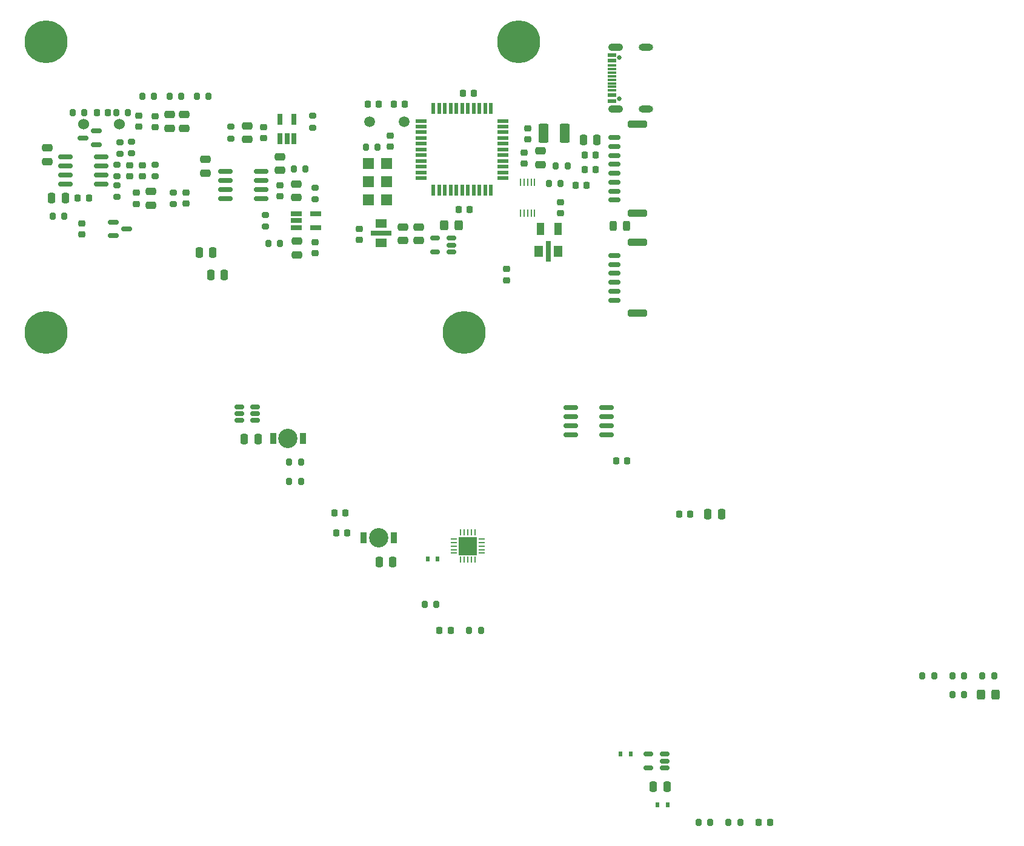
<source format=gbr>
%TF.GenerationSoftware,KiCad,Pcbnew,6.0.4-6f826c9f35~116~ubuntu20.04.1*%
%TF.CreationDate,2022-05-03T12:56:29+00:00*%
%TF.ProjectId,USTSIPIN01A,55535453-4950-4494-9e30-31412e6b6963,REV*%
%TF.SameCoordinates,Original*%
%TF.FileFunction,Soldermask,Bot*%
%TF.FilePolarity,Negative*%
%FSLAX46Y46*%
G04 Gerber Fmt 4.6, Leading zero omitted, Abs format (unit mm)*
G04 Created by KiCad (PCBNEW 6.0.4-6f826c9f35~116~ubuntu20.04.1) date 2022-05-03 12:56:29*
%MOMM*%
%LPD*%
G01*
G04 APERTURE LIST*
G04 Aperture macros list*
%AMRoundRect*
0 Rectangle with rounded corners*
0 $1 Rounding radius*
0 $2 $3 $4 $5 $6 $7 $8 $9 X,Y pos of 4 corners*
0 Add a 4 corners polygon primitive as box body*
4,1,4,$2,$3,$4,$5,$6,$7,$8,$9,$2,$3,0*
0 Add four circle primitives for the rounded corners*
1,1,$1+$1,$2,$3*
1,1,$1+$1,$4,$5*
1,1,$1+$1,$6,$7*
1,1,$1+$1,$8,$9*
0 Add four rect primitives between the rounded corners*
20,1,$1+$1,$2,$3,$4,$5,0*
20,1,$1+$1,$4,$5,$6,$7,0*
20,1,$1+$1,$6,$7,$8,$9,0*
20,1,$1+$1,$8,$9,$2,$3,0*%
G04 Aperture macros list end*
%ADD10C,6.000000*%
%ADD11C,1.524000*%
%ADD12C,1.500000*%
%ADD13RoundRect,0.225000X-0.250000X0.225000X-0.250000X-0.225000X0.250000X-0.225000X0.250000X0.225000X0*%
%ADD14RoundRect,0.250000X0.250000X0.475000X-0.250000X0.475000X-0.250000X-0.475000X0.250000X-0.475000X0*%
%ADD15RoundRect,0.250000X0.475000X-0.250000X0.475000X0.250000X-0.475000X0.250000X-0.475000X-0.250000X0*%
%ADD16RoundRect,0.250000X-0.475000X0.250000X-0.475000X-0.250000X0.475000X-0.250000X0.475000X0.250000X0*%
%ADD17RoundRect,0.225000X0.225000X0.250000X-0.225000X0.250000X-0.225000X-0.250000X0.225000X-0.250000X0*%
%ADD18RoundRect,0.225000X0.250000X-0.225000X0.250000X0.225000X-0.250000X0.225000X-0.250000X-0.225000X0*%
%ADD19RoundRect,0.200000X-0.275000X0.200000X-0.275000X-0.200000X0.275000X-0.200000X0.275000X0.200000X0*%
%ADD20RoundRect,0.200000X0.275000X-0.200000X0.275000X0.200000X-0.275000X0.200000X-0.275000X-0.200000X0*%
%ADD21RoundRect,0.200000X0.200000X0.275000X-0.200000X0.275000X-0.200000X-0.275000X0.200000X-0.275000X0*%
%ADD22RoundRect,0.200000X-0.200000X-0.275000X0.200000X-0.275000X0.200000X0.275000X-0.200000X0.275000X0*%
%ADD23RoundRect,0.150000X-0.825000X-0.150000X0.825000X-0.150000X0.825000X0.150000X-0.825000X0.150000X0*%
%ADD24R,0.650000X1.560000*%
%ADD25R,1.560000X0.650000*%
%ADD26RoundRect,0.150000X-0.587500X-0.150000X0.587500X-0.150000X0.587500X0.150000X-0.587500X0.150000X0*%
%ADD27RoundRect,0.243750X-0.243750X-0.456250X0.243750X-0.456250X0.243750X0.456250X-0.243750X0.456250X0*%
%ADD28RoundRect,0.250000X0.325000X0.450000X-0.325000X0.450000X-0.325000X-0.450000X0.325000X-0.450000X0*%
%ADD29R,1.500000X1.300000*%
%ADD30R,3.000000X0.700000*%
%ADD31RoundRect,0.225000X-0.225000X-0.250000X0.225000X-0.250000X0.225000X0.250000X-0.225000X0.250000X0*%
%ADD32RoundRect,0.150000X0.512500X0.150000X-0.512500X0.150000X-0.512500X-0.150000X0.512500X-0.150000X0*%
%ADD33R,1.500000X0.550000*%
%ADD34R,0.550000X1.500000*%
%ADD35R,1.300000X1.500000*%
%ADD36R,0.700000X3.000000*%
%ADD37R,1.524000X1.524000*%
%ADD38RoundRect,0.250000X-0.250000X-0.475000X0.250000X-0.475000X0.250000X0.475000X-0.250000X0.475000X0*%
%ADD39RoundRect,0.250001X0.462499X1.074999X-0.462499X1.074999X-0.462499X-1.074999X0.462499X-1.074999X0*%
%ADD40R,0.250000X1.100000*%
%ADD41R,1.000000X1.800000*%
%ADD42RoundRect,0.150000X-0.700000X0.150000X-0.700000X-0.150000X0.700000X-0.150000X0.700000X0.150000X0*%
%ADD43RoundRect,0.250000X-1.100000X0.250000X-1.100000X-0.250000X1.100000X-0.250000X1.100000X0.250000X0*%
%ADD44R,0.600000X0.700000*%
%ADD45RoundRect,0.150000X0.587500X0.150000X-0.587500X0.150000X-0.587500X-0.150000X0.587500X-0.150000X0*%
%ADD46C,0.650000*%
%ADD47R,1.150000X0.600000*%
%ADD48R,1.150000X0.300000*%
%ADD49O,2.000000X1.000000*%
%ADD50O,2.100000X1.050000*%
%ADD51C,2.700000*%
%ADD52R,0.950000X1.500000*%
%ADD53RoundRect,0.062500X0.350000X0.062500X-0.350000X0.062500X-0.350000X-0.062500X0.350000X-0.062500X0*%
%ADD54RoundRect,0.062500X0.062500X0.350000X-0.062500X0.350000X-0.062500X-0.350000X0.062500X-0.350000X0*%
%ADD55R,2.500000X2.500000*%
%ADD56RoundRect,0.150000X0.825000X0.150000X-0.825000X0.150000X-0.825000X-0.150000X0.825000X-0.150000X0*%
G04 APERTURE END LIST*
D10*
%TO.C,M2*%
X71120000Y45720000D03*
%TD*%
%TO.C,M3*%
X5080000Y45720000D03*
%TD*%
%TO.C,M4*%
X5080000Y5080000D03*
%TD*%
D11*
%TO.C,D2*%
X15360000Y34190000D03*
X10360000Y34190000D03*
%TD*%
D10*
%TO.C,M1*%
X63500000Y5080000D03*
%TD*%
D12*
%TO.C,Y1*%
X50292000Y34544000D03*
X55172000Y34544000D03*
%TD*%
D13*
%TO.C,C20*%
X10066000Y20327000D03*
X10066000Y18777000D03*
%TD*%
D14*
%TO.C,C1*%
X28415000Y16250000D03*
X26515000Y16250000D03*
%TD*%
D15*
%TO.C,C3*%
X5240000Y28952500D03*
X5240000Y30852500D03*
%TD*%
D14*
%TO.C,C4*%
X30002500Y13075000D03*
X28102500Y13075000D03*
%TD*%
%TO.C,C5*%
X7777500Y23870000D03*
X5877500Y23870000D03*
%TD*%
D16*
%TO.C,C6*%
X19718000Y24756500D03*
X19718000Y22856500D03*
%TD*%
D15*
%TO.C,C7*%
X40038000Y23936000D03*
X40038000Y25836000D03*
%TD*%
%TO.C,C8*%
X33180000Y32064000D03*
X33180000Y33964000D03*
%TD*%
D16*
%TO.C,C9*%
X40165000Y17835000D03*
X40165000Y15935000D03*
%TD*%
D17*
%TO.C,C10*%
X11095000Y23870000D03*
X9545000Y23870000D03*
%TD*%
D13*
%TO.C,C11*%
X17686000Y24581500D03*
X17686000Y23031500D03*
%TD*%
D18*
%TO.C,C12*%
X37752000Y24111000D03*
X37752000Y25661000D03*
%TD*%
%TO.C,C13*%
X35466000Y32239000D03*
X35466000Y33789000D03*
%TD*%
D13*
%TO.C,C14*%
X42705000Y17660000D03*
X42705000Y16110000D03*
%TD*%
D18*
%TO.C,C15*%
X16764000Y26911000D03*
X16764000Y28461000D03*
%TD*%
D13*
%TO.C,C16*%
X18542000Y28461000D03*
X18542000Y26911000D03*
%TD*%
D15*
%TO.C,C17*%
X27338000Y27365000D03*
X27338000Y29265000D03*
%TD*%
D18*
%TO.C,C18*%
X24638000Y23101000D03*
X24638000Y24651000D03*
%TD*%
D15*
%TO.C,C19*%
X37752000Y27746000D03*
X37752000Y29646000D03*
%TD*%
D19*
%TO.C,R3*%
X35720000Y21520000D03*
X35720000Y19870000D03*
%TD*%
D20*
%TO.C,R4*%
X30894000Y32189000D03*
X30894000Y33839000D03*
%TD*%
D21*
%TO.C,R5*%
X37815000Y17520000D03*
X36165000Y17520000D03*
%TD*%
%TO.C,R6*%
X7652500Y21330000D03*
X6002500Y21330000D03*
%TD*%
D19*
%TO.C,R7*%
X15400000Y31680000D03*
X15400000Y30030000D03*
%TD*%
D20*
%TO.C,R8*%
X17018000Y30093500D03*
X17018000Y31743500D03*
%TD*%
%TO.C,R9*%
X14986000Y26861000D03*
X14986000Y28511000D03*
%TD*%
%TO.C,R10*%
X20320000Y26861000D03*
X20320000Y28511000D03*
%TD*%
%TO.C,R11*%
X22860000Y22981500D03*
X22860000Y24631500D03*
%TD*%
%TO.C,R12*%
X42705000Y23680000D03*
X42705000Y25330000D03*
%TD*%
D22*
%TO.C,R13*%
X39721000Y27934000D03*
X41371000Y27934000D03*
%TD*%
D23*
%TO.C,U1*%
X7845000Y25775000D03*
X7845000Y27045000D03*
X7845000Y28315000D03*
X7845000Y29585000D03*
X12795000Y29585000D03*
X12795000Y28315000D03*
X12795000Y27045000D03*
X12795000Y25775000D03*
%TD*%
D24*
%TO.C,U4*%
X39718000Y32172000D03*
X38768000Y32172000D03*
X37818000Y32172000D03*
X37818000Y34872000D03*
X39718000Y34872000D03*
%TD*%
D25*
%TO.C,U5*%
X40085000Y19745000D03*
X40085000Y20695000D03*
X40085000Y21645000D03*
X42785000Y21645000D03*
X42785000Y19745000D03*
%TD*%
D19*
%TO.C,R2*%
X14986000Y25647500D03*
X14986000Y23997500D03*
%TD*%
D23*
%TO.C,U2*%
X30197000Y23743000D03*
X30197000Y25013000D03*
X30197000Y26283000D03*
X30197000Y27553000D03*
X35147000Y27553000D03*
X35147000Y26283000D03*
X35147000Y25013000D03*
X35147000Y23743000D03*
%TD*%
D20*
%TO.C,R1*%
X42324000Y33713000D03*
X42324000Y35363000D03*
%TD*%
D13*
%TO.C,C2*%
X20320000Y35319000D03*
X20320000Y33769000D03*
%TD*%
D26*
%TO.C,U3*%
X14478500Y18602000D03*
X14478500Y20502000D03*
X16353500Y19552000D03*
%TD*%
D16*
%TO.C,C21*%
X24384000Y35494000D03*
X24384000Y33594000D03*
%TD*%
D27*
%TO.C,F2*%
X84343000Y19939000D03*
X86218000Y19939000D03*
%TD*%
D28*
%TO.C,L3*%
X62747000Y20066000D03*
X60697000Y20066000D03*
%TD*%
D15*
%TO.C,C50*%
X54991000Y17909500D03*
X54991000Y19809500D03*
%TD*%
%TO.C,C42*%
X57150000Y17909500D03*
X57150000Y19809500D03*
%TD*%
D29*
%TO.C,C52*%
X51943000Y17573000D03*
D30*
X51943000Y18923000D03*
D29*
X51943000Y20273000D03*
%TD*%
D18*
%TO.C,C44*%
X71882000Y28689000D03*
X71882000Y30239000D03*
%TD*%
D15*
%TO.C,C40*%
X74168000Y28514000D03*
X74168000Y30414000D03*
%TD*%
D13*
%TO.C,C31*%
X72390000Y33604500D03*
X72390000Y32054500D03*
%TD*%
D31*
%TO.C,C27*%
X80378000Y27813000D03*
X81928000Y27813000D03*
%TD*%
D32*
%TO.C,U8*%
X61716500Y18222000D03*
X61716500Y17272000D03*
X61716500Y16322000D03*
X59441500Y16322000D03*
X59441500Y18222000D03*
%TD*%
D33*
%TO.C,U10*%
X57550000Y26640000D03*
X57550000Y27440000D03*
X57550000Y28240000D03*
X57550000Y29040000D03*
X57550000Y29840000D03*
X57550000Y30640000D03*
X57550000Y31440000D03*
X57550000Y32240000D03*
X57550000Y33040000D03*
X57550000Y33840000D03*
X57550000Y34640000D03*
D34*
X59250000Y36340000D03*
X60050000Y36340000D03*
X60850000Y36340000D03*
X61650000Y36340000D03*
X62450000Y36340000D03*
X63250000Y36340000D03*
X64050000Y36340000D03*
X64850000Y36340000D03*
X65650000Y36340000D03*
X66450000Y36340000D03*
X67250000Y36340000D03*
D33*
X68950000Y34640000D03*
X68950000Y33840000D03*
X68950000Y33040000D03*
X68950000Y32240000D03*
X68950000Y31440000D03*
X68950000Y30640000D03*
X68950000Y29840000D03*
X68950000Y29040000D03*
X68950000Y28240000D03*
X68950000Y27440000D03*
X68950000Y26640000D03*
D34*
X67250000Y24940000D03*
X66450000Y24940000D03*
X65650000Y24940000D03*
X64850000Y24940000D03*
X64050000Y24940000D03*
X63250000Y24940000D03*
X62450000Y24940000D03*
X61650000Y24940000D03*
X60850000Y24940000D03*
X60050000Y24940000D03*
X59250000Y24940000D03*
%TD*%
D22*
%TO.C,R20*%
X76327500Y28321000D03*
X77977500Y28321000D03*
%TD*%
D35*
%TO.C,C29*%
X76661000Y16383000D03*
D36*
X75311000Y16383000D03*
D35*
X73961000Y16383000D03*
%TD*%
D37*
%TO.C,J22*%
X50165000Y23622000D03*
X52705000Y23622000D03*
X50165000Y26162000D03*
X52705000Y26162000D03*
X50165000Y28702000D03*
X52705000Y28702000D03*
%TD*%
D22*
%TO.C,R23*%
X49784500Y30988000D03*
X51434500Y30988000D03*
%TD*%
D31*
%TO.C,C26*%
X79108000Y25654000D03*
X80658000Y25654000D03*
%TD*%
%TO.C,C28*%
X80378000Y29845000D03*
X81928000Y29845000D03*
%TD*%
%TO.C,C30*%
X50025000Y36957000D03*
X51575000Y36957000D03*
%TD*%
D17*
%TO.C,C33*%
X55258000Y36957000D03*
X53708000Y36957000D03*
%TD*%
D18*
%TO.C,C34*%
X53213000Y31038500D03*
X53213000Y32588500D03*
%TD*%
D17*
%TO.C,C35*%
X64275000Y22225000D03*
X62725000Y22225000D03*
%TD*%
D31*
%TO.C,C39*%
X63360000Y38481000D03*
X64910000Y38481000D03*
%TD*%
D38*
%TO.C,C43*%
X80203000Y32004000D03*
X82103000Y32004000D03*
%TD*%
D13*
%TO.C,C47*%
X76962000Y23254000D03*
X76962000Y21704000D03*
%TD*%
D39*
%TO.C,L1*%
X77560500Y32893000D03*
X74585500Y32893000D03*
%TD*%
D22*
%TO.C,R21*%
X75375000Y25908000D03*
X77025000Y25908000D03*
%TD*%
D40*
%TO.C,U11*%
X73390000Y21726000D03*
X72890000Y21726000D03*
X72390000Y21726000D03*
X71890000Y21726000D03*
X71390000Y21726000D03*
X71390000Y26026000D03*
X71890000Y26026000D03*
X72390000Y26026000D03*
X72890000Y26026000D03*
X73390000Y26026000D03*
%TD*%
D41*
%TO.C,Y2*%
X74168000Y19558000D03*
X76668000Y19558000D03*
%TD*%
D16*
%TO.C,C23*%
X22352000Y35494000D03*
X22352000Y33594000D03*
%TD*%
D13*
%TO.C,C24*%
X18034000Y35382500D03*
X18034000Y33832500D03*
%TD*%
%TO.C,C32*%
X69469000Y13919500D03*
X69469000Y12369500D03*
%TD*%
%TO.C,C54*%
X48895000Y19571000D03*
X48895000Y18021000D03*
%TD*%
D22*
%TO.C,R15*%
X26162500Y38100000D03*
X27812500Y38100000D03*
%TD*%
%TO.C,R19*%
X22352500Y38100000D03*
X24002500Y38100000D03*
%TD*%
%TO.C,R22*%
X18542500Y38100000D03*
X20192500Y38100000D03*
%TD*%
D42*
%TO.C,J3*%
X84510000Y15825000D03*
X84510000Y14575000D03*
X84510000Y13325000D03*
X84510000Y12075000D03*
X84510000Y10825000D03*
X84510000Y9575000D03*
D43*
X87710000Y17675000D03*
X87710000Y7725000D03*
%TD*%
D21*
%TO.C,R17*%
X133413518Y-45590000D03*
X131763518Y-45590000D03*
%TD*%
%TO.C,R25*%
X137603518Y-42920000D03*
X135953518Y-42920000D03*
%TD*%
D42*
%TO.C,J1*%
X84510000Y32315000D03*
X84510000Y31065000D03*
X84510000Y29815000D03*
X84510000Y28565000D03*
X84510000Y27315000D03*
X84510000Y26065000D03*
X84510000Y24815000D03*
X84510000Y23565000D03*
D43*
X87710000Y34165000D03*
X87710000Y21715000D03*
%TD*%
D21*
%TO.C,R24*%
X133413518Y-42920000D03*
X131763518Y-42920000D03*
%TD*%
%TO.C,R28*%
X40743518Y-13100000D03*
X39093518Y-13100000D03*
%TD*%
D31*
%TO.C,C37*%
X12179000Y35814000D03*
X13729000Y35814000D03*
%TD*%
D44*
%TO.C,D6*%
X86782518Y-53858000D03*
X85382518Y-53858000D03*
%TD*%
D17*
%TO.C,C48*%
X47183518Y-23010000D03*
X45633518Y-23010000D03*
%TD*%
D45*
%TO.C,Q1*%
X12113500Y33208000D03*
X12113500Y31308000D03*
X10238500Y32258000D03*
%TD*%
D46*
%TO.C,J4*%
X85220000Y37750000D03*
X85220000Y43530000D03*
D47*
X84145000Y43840000D03*
X84145000Y43040000D03*
D48*
X84145000Y41890000D03*
X84145000Y40890000D03*
X84145000Y40390000D03*
X84145000Y39390000D03*
D47*
X84145000Y37440000D03*
X84145000Y38240000D03*
D48*
X84145000Y38890000D03*
X84145000Y39890000D03*
X84145000Y41390000D03*
X84145000Y42390000D03*
D49*
X88900000Y44960000D03*
X88900000Y36320000D03*
D50*
X84720000Y44960000D03*
X84720000Y36320000D03*
%TD*%
D21*
%TO.C,R27*%
X40743518Y-15770000D03*
X39093518Y-15770000D03*
%TD*%
D28*
%TO.C,L2*%
X137803518Y-45590000D03*
X135753518Y-45590000D03*
%TD*%
D17*
%TO.C,C25*%
X95113518Y-20320000D03*
X93563518Y-20320000D03*
%TD*%
D21*
%TO.C,R30*%
X102113518Y-63450000D03*
X100463518Y-63450000D03*
%TD*%
D32*
%TO.C,U7*%
X34350018Y-5358000D03*
X34350018Y-6308000D03*
X34350018Y-7258000D03*
X32075018Y-7258000D03*
X32075018Y-6308000D03*
X32075018Y-5358000D03*
%TD*%
D21*
%TO.C,R14*%
X10477000Y35814000D03*
X8827000Y35814000D03*
%TD*%
D51*
%TO.C,D4*%
X51587918Y-23670400D03*
D52*
X49512918Y-23670400D03*
X53662918Y-23670400D03*
%TD*%
D14*
%TO.C,C22*%
X99478518Y-20320000D03*
X97578518Y-20320000D03*
%TD*%
D21*
%TO.C,R29*%
X65883518Y-36640000D03*
X64233518Y-36640000D03*
%TD*%
D51*
%TO.C,D3*%
X38927918Y-9770400D03*
D52*
X36852918Y-9770400D03*
X41002918Y-9770400D03*
%TD*%
D14*
%TO.C,C49*%
X91858518Y-58420000D03*
X89958518Y-58420000D03*
%TD*%
D21*
%TO.C,R31*%
X97923518Y-63450000D03*
X96273518Y-63450000D03*
%TD*%
D14*
%TO.C,C38*%
X34698518Y-9870000D03*
X32798518Y-9870000D03*
%TD*%
D53*
%TO.C,U9*%
X65970018Y-23798000D03*
X65970018Y-24298000D03*
X65970018Y-24798000D03*
X65970018Y-25298000D03*
X65970018Y-25798000D03*
D54*
X65032518Y-26735500D03*
X64532518Y-26735500D03*
X64032518Y-26735500D03*
X63532518Y-26735500D03*
X63032518Y-26735500D03*
D53*
X62095018Y-25798000D03*
X62095018Y-25298000D03*
X62095018Y-24798000D03*
X62095018Y-24298000D03*
X62095018Y-23798000D03*
D54*
X63032518Y-22860500D03*
X63532518Y-22860500D03*
X64032518Y-22860500D03*
X64532518Y-22860500D03*
X65032518Y-22860500D03*
D55*
X64032518Y-24798000D03*
%TD*%
D22*
%TO.C,R16*%
X14923000Y35814000D03*
X16573000Y35814000D03*
%TD*%
D17*
%TO.C,C46*%
X61643518Y-36640000D03*
X60093518Y-36640000D03*
%TD*%
D14*
%TO.C,C41*%
X53548518Y-27000000D03*
X51648518Y-27000000D03*
%TD*%
D44*
%TO.C,D1*%
X59832518Y-26588000D03*
X58432518Y-26588000D03*
%TD*%
D21*
%TO.C,R26*%
X59653518Y-32950000D03*
X58003518Y-32950000D03*
%TD*%
D32*
%TO.C,U12*%
X91570018Y-53908000D03*
X91570018Y-54858000D03*
X91570018Y-55808000D03*
X89295018Y-55808000D03*
X89295018Y-53908000D03*
%TD*%
D17*
%TO.C,C45*%
X46923518Y-20180000D03*
X45373518Y-20180000D03*
%TD*%
D21*
%TO.C,R18*%
X129223518Y-42920000D03*
X127573518Y-42920000D03*
%TD*%
D44*
%TO.C,D5*%
X91932518Y-60978000D03*
X90532518Y-60978000D03*
%TD*%
D17*
%TO.C,C51*%
X106253518Y-63450000D03*
X104703518Y-63450000D03*
%TD*%
D56*
%TO.C,U6*%
X83387518Y-5403000D03*
X83387518Y-6673000D03*
X83387518Y-7943000D03*
X83387518Y-9213000D03*
X78437518Y-9213000D03*
X78437518Y-7943000D03*
X78437518Y-6673000D03*
X78437518Y-5403000D03*
%TD*%
D17*
%TO.C,C36*%
X86293518Y-12870000D03*
X84743518Y-12870000D03*
%TD*%
M02*

</source>
